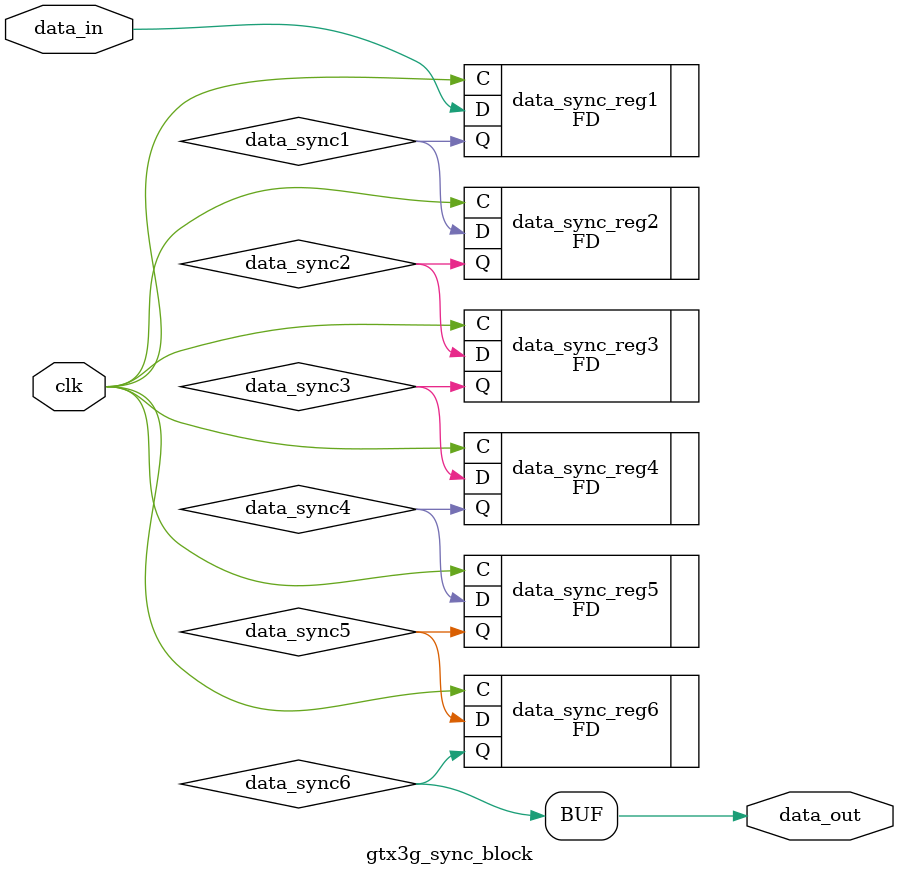
<source format=v>




`timescale 1ps / 1ps

//(* dont_touch = "yes" *)
module gtx3g_sync_block #(
  parameter INITIALISE = 6'b000000
)
(
  input        clk,              // clock to be sync'ed to
  input        data_in,          // Data to be 'synced'
  output       data_out          // synced data
);

  // Internal Signals
  wire data_sync1;
  wire data_sync2;
  wire data_sync3;
  wire data_sync4;
  wire data_sync5;
  wire data_sync6;


  (* shreg_extract = "no", ASYNC_REG = "TRUE" *)
  FD #(
    .INIT (INITIALISE[0])
  ) data_sync_reg1 (
    .C  (clk),
    .D  (data_in),
    .Q  (data_sync1)
  );


  (* shreg_extract = "no", ASYNC_REG = "TRUE" *)
  FD #(
   .INIT (INITIALISE[1])
  ) data_sync_reg2 (
  .C  (clk),
  .D  (data_sync1),
  .Q  (data_sync2)
  );


  (* shreg_extract = "no", ASYNC_REG = "TRUE" *)
  FD #(
   .INIT (INITIALISE[2])
  ) data_sync_reg3 (
  .C  (clk),
  .D  (data_sync2),
  .Q  (data_sync3)
  );

  (* shreg_extract = "no", ASYNC_REG = "TRUE" *)
  FD #(
   .INIT (INITIALISE[3])
  ) data_sync_reg4 (
  .C  (clk),
  .D  (data_sync3),
  .Q  (data_sync4)
  );

  (* shreg_extract = "no", ASYNC_REG = "TRUE" *)
  FD #(
   .INIT (INITIALISE[4])
  ) data_sync_reg5 (
  .C  (clk),
  .D  (data_sync4),
  .Q  (data_sync5)
  );

  (* shreg_extract = "no", ASYNC_REG = "TRUE" *)
  FD #(
   .INIT (INITIALISE[5])
  ) data_sync_reg6 (
  .C  (clk),
  .D  (data_sync5),
  .Q  (data_sync6)
  );
  assign data_out = data_sync6;



endmodule

</source>
